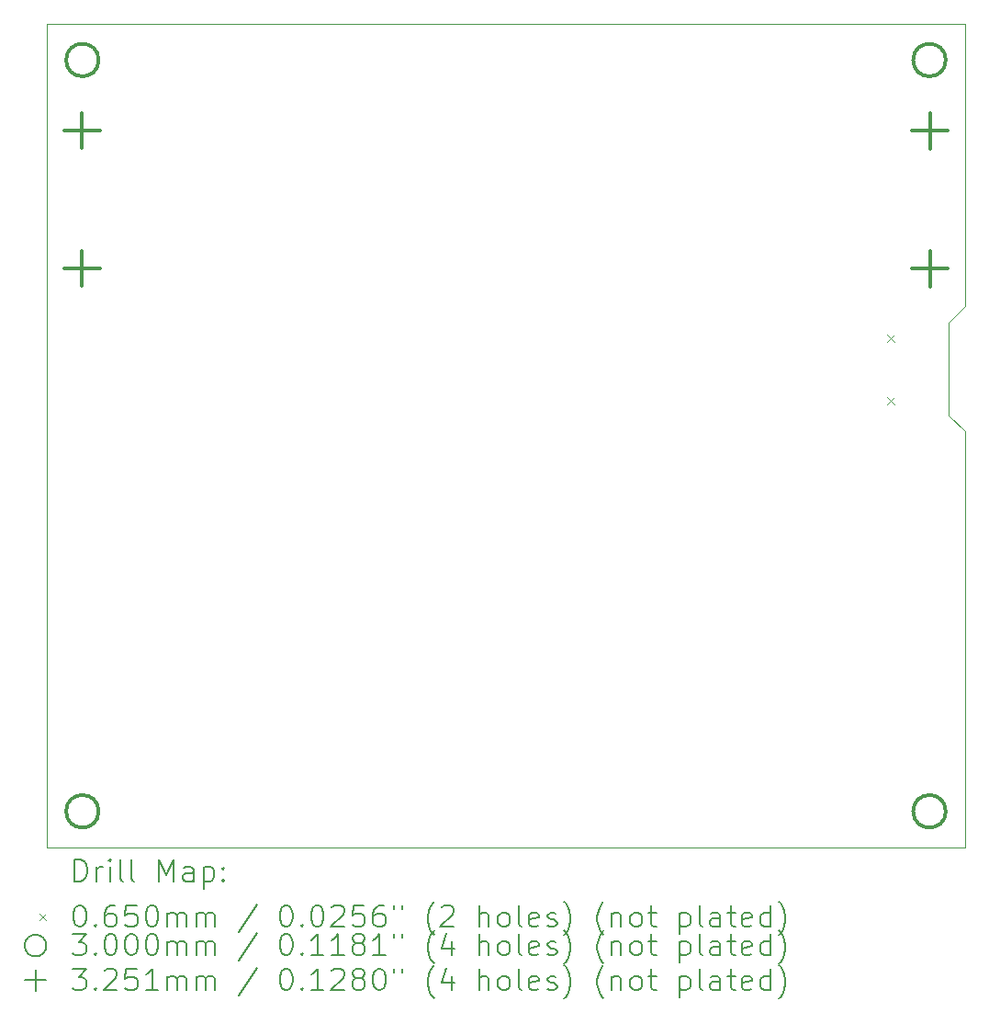
<source format=gbr>
%TF.GenerationSoftware,KiCad,Pcbnew,8.0.8*%
%TF.CreationDate,2025-09-27T22:11:26+09:00*%
%TF.ProjectId,esp_bluepill_board,6573705f-626c-4756-9570-696c6c5f626f,rev?*%
%TF.SameCoordinates,Original*%
%TF.FileFunction,Drillmap*%
%TF.FilePolarity,Positive*%
%FSLAX45Y45*%
G04 Gerber Fmt 4.5, Leading zero omitted, Abs format (unit mm)*
G04 Created by KiCad (PCBNEW 8.0.8) date 2025-09-27 22:11:26*
%MOMM*%
%LPD*%
G01*
G04 APERTURE LIST*
%ADD10C,0.050000*%
%ADD11C,0.200000*%
%ADD12C,0.100000*%
%ADD13C,0.300000*%
%ADD14C,0.325120*%
G04 APERTURE END LIST*
D10*
X2000000Y-9580000D02*
X2000000Y-2000000D01*
X10470000Y-9580000D02*
X2000000Y-9580000D01*
X10470000Y-5750000D02*
X10470000Y-9580000D01*
X10320000Y-5600000D02*
X10470000Y-5750000D01*
X10320000Y-4750000D02*
X10320000Y-5600000D01*
X10470000Y-4600000D02*
X10320000Y-4750000D01*
X10470000Y-2000000D02*
X10470000Y-4600000D01*
X2000000Y-2000000D02*
X10470000Y-2000000D01*
D11*
D12*
X9749500Y-4858500D02*
X9814500Y-4923500D01*
X9814500Y-4858500D02*
X9749500Y-4923500D01*
X9749500Y-5436500D02*
X9814500Y-5501500D01*
X9814500Y-5436500D02*
X9749500Y-5501500D01*
D13*
X2480000Y-2330000D02*
G75*
G02*
X2180000Y-2330000I-150000J0D01*
G01*
X2180000Y-2330000D02*
G75*
G02*
X2480000Y-2330000I150000J0D01*
G01*
X2480000Y-9250000D02*
G75*
G02*
X2180000Y-9250000I-150000J0D01*
G01*
X2180000Y-9250000D02*
G75*
G02*
X2480000Y-9250000I150000J0D01*
G01*
X10290000Y-2330000D02*
G75*
G02*
X9990000Y-2330000I-150000J0D01*
G01*
X9990000Y-2330000D02*
G75*
G02*
X10290000Y-2330000I150000J0D01*
G01*
X10290000Y-9250000D02*
G75*
G02*
X9990000Y-9250000I-150000J0D01*
G01*
X9990000Y-9250000D02*
G75*
G02*
X10290000Y-9250000I150000J0D01*
G01*
D14*
X2327100Y-2815240D02*
X2327100Y-3140360D01*
X2164540Y-2977800D02*
X2489660Y-2977800D01*
X2327100Y-4085240D02*
X2327100Y-4410360D01*
X2164540Y-4247800D02*
X2489660Y-4247800D01*
X10142900Y-2819640D02*
X10142900Y-3144760D01*
X9980340Y-2982200D02*
X10305460Y-2982200D01*
X10142900Y-4089640D02*
X10142900Y-4414760D01*
X9980340Y-4252200D02*
X10305460Y-4252200D01*
D11*
X2258277Y-9893984D02*
X2258277Y-9693984D01*
X2258277Y-9693984D02*
X2305896Y-9693984D01*
X2305896Y-9693984D02*
X2334467Y-9703508D01*
X2334467Y-9703508D02*
X2353515Y-9722555D01*
X2353515Y-9722555D02*
X2363039Y-9741603D01*
X2363039Y-9741603D02*
X2372563Y-9779698D01*
X2372563Y-9779698D02*
X2372563Y-9808270D01*
X2372563Y-9808270D02*
X2363039Y-9846365D01*
X2363039Y-9846365D02*
X2353515Y-9865412D01*
X2353515Y-9865412D02*
X2334467Y-9884460D01*
X2334467Y-9884460D02*
X2305896Y-9893984D01*
X2305896Y-9893984D02*
X2258277Y-9893984D01*
X2458277Y-9893984D02*
X2458277Y-9760650D01*
X2458277Y-9798746D02*
X2467801Y-9779698D01*
X2467801Y-9779698D02*
X2477324Y-9770174D01*
X2477324Y-9770174D02*
X2496372Y-9760650D01*
X2496372Y-9760650D02*
X2515420Y-9760650D01*
X2582086Y-9893984D02*
X2582086Y-9760650D01*
X2582086Y-9693984D02*
X2572563Y-9703508D01*
X2572563Y-9703508D02*
X2582086Y-9713031D01*
X2582086Y-9713031D02*
X2591610Y-9703508D01*
X2591610Y-9703508D02*
X2582086Y-9693984D01*
X2582086Y-9693984D02*
X2582086Y-9713031D01*
X2705896Y-9893984D02*
X2686848Y-9884460D01*
X2686848Y-9884460D02*
X2677324Y-9865412D01*
X2677324Y-9865412D02*
X2677324Y-9693984D01*
X2810658Y-9893984D02*
X2791610Y-9884460D01*
X2791610Y-9884460D02*
X2782086Y-9865412D01*
X2782086Y-9865412D02*
X2782086Y-9693984D01*
X3039229Y-9893984D02*
X3039229Y-9693984D01*
X3039229Y-9693984D02*
X3105896Y-9836841D01*
X3105896Y-9836841D02*
X3172562Y-9693984D01*
X3172562Y-9693984D02*
X3172562Y-9893984D01*
X3353515Y-9893984D02*
X3353515Y-9789222D01*
X3353515Y-9789222D02*
X3343991Y-9770174D01*
X3343991Y-9770174D02*
X3324943Y-9760650D01*
X3324943Y-9760650D02*
X3286848Y-9760650D01*
X3286848Y-9760650D02*
X3267801Y-9770174D01*
X3353515Y-9884460D02*
X3334467Y-9893984D01*
X3334467Y-9893984D02*
X3286848Y-9893984D01*
X3286848Y-9893984D02*
X3267801Y-9884460D01*
X3267801Y-9884460D02*
X3258277Y-9865412D01*
X3258277Y-9865412D02*
X3258277Y-9846365D01*
X3258277Y-9846365D02*
X3267801Y-9827317D01*
X3267801Y-9827317D02*
X3286848Y-9817793D01*
X3286848Y-9817793D02*
X3334467Y-9817793D01*
X3334467Y-9817793D02*
X3353515Y-9808270D01*
X3448753Y-9760650D02*
X3448753Y-9960650D01*
X3448753Y-9770174D02*
X3467801Y-9760650D01*
X3467801Y-9760650D02*
X3505896Y-9760650D01*
X3505896Y-9760650D02*
X3524943Y-9770174D01*
X3524943Y-9770174D02*
X3534467Y-9779698D01*
X3534467Y-9779698D02*
X3543991Y-9798746D01*
X3543991Y-9798746D02*
X3543991Y-9855889D01*
X3543991Y-9855889D02*
X3534467Y-9874936D01*
X3534467Y-9874936D02*
X3524943Y-9884460D01*
X3524943Y-9884460D02*
X3505896Y-9893984D01*
X3505896Y-9893984D02*
X3467801Y-9893984D01*
X3467801Y-9893984D02*
X3448753Y-9884460D01*
X3629705Y-9874936D02*
X3639229Y-9884460D01*
X3639229Y-9884460D02*
X3629705Y-9893984D01*
X3629705Y-9893984D02*
X3620182Y-9884460D01*
X3620182Y-9884460D02*
X3629705Y-9874936D01*
X3629705Y-9874936D02*
X3629705Y-9893984D01*
X3629705Y-9770174D02*
X3639229Y-9779698D01*
X3639229Y-9779698D02*
X3629705Y-9789222D01*
X3629705Y-9789222D02*
X3620182Y-9779698D01*
X3620182Y-9779698D02*
X3629705Y-9770174D01*
X3629705Y-9770174D02*
X3629705Y-9789222D01*
D12*
X1932500Y-10190000D02*
X1997500Y-10255000D01*
X1997500Y-10190000D02*
X1932500Y-10255000D01*
D11*
X2296372Y-10113984D02*
X2315420Y-10113984D01*
X2315420Y-10113984D02*
X2334467Y-10123508D01*
X2334467Y-10123508D02*
X2343991Y-10133031D01*
X2343991Y-10133031D02*
X2353515Y-10152079D01*
X2353515Y-10152079D02*
X2363039Y-10190174D01*
X2363039Y-10190174D02*
X2363039Y-10237793D01*
X2363039Y-10237793D02*
X2353515Y-10275889D01*
X2353515Y-10275889D02*
X2343991Y-10294936D01*
X2343991Y-10294936D02*
X2334467Y-10304460D01*
X2334467Y-10304460D02*
X2315420Y-10313984D01*
X2315420Y-10313984D02*
X2296372Y-10313984D01*
X2296372Y-10313984D02*
X2277324Y-10304460D01*
X2277324Y-10304460D02*
X2267801Y-10294936D01*
X2267801Y-10294936D02*
X2258277Y-10275889D01*
X2258277Y-10275889D02*
X2248753Y-10237793D01*
X2248753Y-10237793D02*
X2248753Y-10190174D01*
X2248753Y-10190174D02*
X2258277Y-10152079D01*
X2258277Y-10152079D02*
X2267801Y-10133031D01*
X2267801Y-10133031D02*
X2277324Y-10123508D01*
X2277324Y-10123508D02*
X2296372Y-10113984D01*
X2448753Y-10294936D02*
X2458277Y-10304460D01*
X2458277Y-10304460D02*
X2448753Y-10313984D01*
X2448753Y-10313984D02*
X2439229Y-10304460D01*
X2439229Y-10304460D02*
X2448753Y-10294936D01*
X2448753Y-10294936D02*
X2448753Y-10313984D01*
X2629705Y-10113984D02*
X2591610Y-10113984D01*
X2591610Y-10113984D02*
X2572563Y-10123508D01*
X2572563Y-10123508D02*
X2563039Y-10133031D01*
X2563039Y-10133031D02*
X2543991Y-10161603D01*
X2543991Y-10161603D02*
X2534467Y-10199698D01*
X2534467Y-10199698D02*
X2534467Y-10275889D01*
X2534467Y-10275889D02*
X2543991Y-10294936D01*
X2543991Y-10294936D02*
X2553515Y-10304460D01*
X2553515Y-10304460D02*
X2572563Y-10313984D01*
X2572563Y-10313984D02*
X2610658Y-10313984D01*
X2610658Y-10313984D02*
X2629705Y-10304460D01*
X2629705Y-10304460D02*
X2639229Y-10294936D01*
X2639229Y-10294936D02*
X2648753Y-10275889D01*
X2648753Y-10275889D02*
X2648753Y-10228270D01*
X2648753Y-10228270D02*
X2639229Y-10209222D01*
X2639229Y-10209222D02*
X2629705Y-10199698D01*
X2629705Y-10199698D02*
X2610658Y-10190174D01*
X2610658Y-10190174D02*
X2572563Y-10190174D01*
X2572563Y-10190174D02*
X2553515Y-10199698D01*
X2553515Y-10199698D02*
X2543991Y-10209222D01*
X2543991Y-10209222D02*
X2534467Y-10228270D01*
X2829705Y-10113984D02*
X2734467Y-10113984D01*
X2734467Y-10113984D02*
X2724944Y-10209222D01*
X2724944Y-10209222D02*
X2734467Y-10199698D01*
X2734467Y-10199698D02*
X2753515Y-10190174D01*
X2753515Y-10190174D02*
X2801134Y-10190174D01*
X2801134Y-10190174D02*
X2820182Y-10199698D01*
X2820182Y-10199698D02*
X2829705Y-10209222D01*
X2829705Y-10209222D02*
X2839229Y-10228270D01*
X2839229Y-10228270D02*
X2839229Y-10275889D01*
X2839229Y-10275889D02*
X2829705Y-10294936D01*
X2829705Y-10294936D02*
X2820182Y-10304460D01*
X2820182Y-10304460D02*
X2801134Y-10313984D01*
X2801134Y-10313984D02*
X2753515Y-10313984D01*
X2753515Y-10313984D02*
X2734467Y-10304460D01*
X2734467Y-10304460D02*
X2724944Y-10294936D01*
X2963039Y-10113984D02*
X2982086Y-10113984D01*
X2982086Y-10113984D02*
X3001134Y-10123508D01*
X3001134Y-10123508D02*
X3010658Y-10133031D01*
X3010658Y-10133031D02*
X3020182Y-10152079D01*
X3020182Y-10152079D02*
X3029705Y-10190174D01*
X3029705Y-10190174D02*
X3029705Y-10237793D01*
X3029705Y-10237793D02*
X3020182Y-10275889D01*
X3020182Y-10275889D02*
X3010658Y-10294936D01*
X3010658Y-10294936D02*
X3001134Y-10304460D01*
X3001134Y-10304460D02*
X2982086Y-10313984D01*
X2982086Y-10313984D02*
X2963039Y-10313984D01*
X2963039Y-10313984D02*
X2943991Y-10304460D01*
X2943991Y-10304460D02*
X2934467Y-10294936D01*
X2934467Y-10294936D02*
X2924943Y-10275889D01*
X2924943Y-10275889D02*
X2915420Y-10237793D01*
X2915420Y-10237793D02*
X2915420Y-10190174D01*
X2915420Y-10190174D02*
X2924943Y-10152079D01*
X2924943Y-10152079D02*
X2934467Y-10133031D01*
X2934467Y-10133031D02*
X2943991Y-10123508D01*
X2943991Y-10123508D02*
X2963039Y-10113984D01*
X3115420Y-10313984D02*
X3115420Y-10180650D01*
X3115420Y-10199698D02*
X3124943Y-10190174D01*
X3124943Y-10190174D02*
X3143991Y-10180650D01*
X3143991Y-10180650D02*
X3172563Y-10180650D01*
X3172563Y-10180650D02*
X3191610Y-10190174D01*
X3191610Y-10190174D02*
X3201134Y-10209222D01*
X3201134Y-10209222D02*
X3201134Y-10313984D01*
X3201134Y-10209222D02*
X3210658Y-10190174D01*
X3210658Y-10190174D02*
X3229705Y-10180650D01*
X3229705Y-10180650D02*
X3258277Y-10180650D01*
X3258277Y-10180650D02*
X3277324Y-10190174D01*
X3277324Y-10190174D02*
X3286848Y-10209222D01*
X3286848Y-10209222D02*
X3286848Y-10313984D01*
X3382086Y-10313984D02*
X3382086Y-10180650D01*
X3382086Y-10199698D02*
X3391610Y-10190174D01*
X3391610Y-10190174D02*
X3410658Y-10180650D01*
X3410658Y-10180650D02*
X3439229Y-10180650D01*
X3439229Y-10180650D02*
X3458277Y-10190174D01*
X3458277Y-10190174D02*
X3467801Y-10209222D01*
X3467801Y-10209222D02*
X3467801Y-10313984D01*
X3467801Y-10209222D02*
X3477324Y-10190174D01*
X3477324Y-10190174D02*
X3496372Y-10180650D01*
X3496372Y-10180650D02*
X3524943Y-10180650D01*
X3524943Y-10180650D02*
X3543991Y-10190174D01*
X3543991Y-10190174D02*
X3553515Y-10209222D01*
X3553515Y-10209222D02*
X3553515Y-10313984D01*
X3943991Y-10104460D02*
X3772563Y-10361603D01*
X4201134Y-10113984D02*
X4220182Y-10113984D01*
X4220182Y-10113984D02*
X4239229Y-10123508D01*
X4239229Y-10123508D02*
X4248753Y-10133031D01*
X4248753Y-10133031D02*
X4258277Y-10152079D01*
X4258277Y-10152079D02*
X4267801Y-10190174D01*
X4267801Y-10190174D02*
X4267801Y-10237793D01*
X4267801Y-10237793D02*
X4258277Y-10275889D01*
X4258277Y-10275889D02*
X4248753Y-10294936D01*
X4248753Y-10294936D02*
X4239229Y-10304460D01*
X4239229Y-10304460D02*
X4220182Y-10313984D01*
X4220182Y-10313984D02*
X4201134Y-10313984D01*
X4201134Y-10313984D02*
X4182086Y-10304460D01*
X4182086Y-10304460D02*
X4172563Y-10294936D01*
X4172563Y-10294936D02*
X4163039Y-10275889D01*
X4163039Y-10275889D02*
X4153515Y-10237793D01*
X4153515Y-10237793D02*
X4153515Y-10190174D01*
X4153515Y-10190174D02*
X4163039Y-10152079D01*
X4163039Y-10152079D02*
X4172563Y-10133031D01*
X4172563Y-10133031D02*
X4182086Y-10123508D01*
X4182086Y-10123508D02*
X4201134Y-10113984D01*
X4353515Y-10294936D02*
X4363039Y-10304460D01*
X4363039Y-10304460D02*
X4353515Y-10313984D01*
X4353515Y-10313984D02*
X4343991Y-10304460D01*
X4343991Y-10304460D02*
X4353515Y-10294936D01*
X4353515Y-10294936D02*
X4353515Y-10313984D01*
X4486848Y-10113984D02*
X4505896Y-10113984D01*
X4505896Y-10113984D02*
X4524944Y-10123508D01*
X4524944Y-10123508D02*
X4534468Y-10133031D01*
X4534468Y-10133031D02*
X4543991Y-10152079D01*
X4543991Y-10152079D02*
X4553515Y-10190174D01*
X4553515Y-10190174D02*
X4553515Y-10237793D01*
X4553515Y-10237793D02*
X4543991Y-10275889D01*
X4543991Y-10275889D02*
X4534468Y-10294936D01*
X4534468Y-10294936D02*
X4524944Y-10304460D01*
X4524944Y-10304460D02*
X4505896Y-10313984D01*
X4505896Y-10313984D02*
X4486848Y-10313984D01*
X4486848Y-10313984D02*
X4467801Y-10304460D01*
X4467801Y-10304460D02*
X4458277Y-10294936D01*
X4458277Y-10294936D02*
X4448753Y-10275889D01*
X4448753Y-10275889D02*
X4439229Y-10237793D01*
X4439229Y-10237793D02*
X4439229Y-10190174D01*
X4439229Y-10190174D02*
X4448753Y-10152079D01*
X4448753Y-10152079D02*
X4458277Y-10133031D01*
X4458277Y-10133031D02*
X4467801Y-10123508D01*
X4467801Y-10123508D02*
X4486848Y-10113984D01*
X4629706Y-10133031D02*
X4639229Y-10123508D01*
X4639229Y-10123508D02*
X4658277Y-10113984D01*
X4658277Y-10113984D02*
X4705896Y-10113984D01*
X4705896Y-10113984D02*
X4724944Y-10123508D01*
X4724944Y-10123508D02*
X4734468Y-10133031D01*
X4734468Y-10133031D02*
X4743991Y-10152079D01*
X4743991Y-10152079D02*
X4743991Y-10171127D01*
X4743991Y-10171127D02*
X4734468Y-10199698D01*
X4734468Y-10199698D02*
X4620182Y-10313984D01*
X4620182Y-10313984D02*
X4743991Y-10313984D01*
X4924944Y-10113984D02*
X4829706Y-10113984D01*
X4829706Y-10113984D02*
X4820182Y-10209222D01*
X4820182Y-10209222D02*
X4829706Y-10199698D01*
X4829706Y-10199698D02*
X4848753Y-10190174D01*
X4848753Y-10190174D02*
X4896372Y-10190174D01*
X4896372Y-10190174D02*
X4915420Y-10199698D01*
X4915420Y-10199698D02*
X4924944Y-10209222D01*
X4924944Y-10209222D02*
X4934468Y-10228270D01*
X4934468Y-10228270D02*
X4934468Y-10275889D01*
X4934468Y-10275889D02*
X4924944Y-10294936D01*
X4924944Y-10294936D02*
X4915420Y-10304460D01*
X4915420Y-10304460D02*
X4896372Y-10313984D01*
X4896372Y-10313984D02*
X4848753Y-10313984D01*
X4848753Y-10313984D02*
X4829706Y-10304460D01*
X4829706Y-10304460D02*
X4820182Y-10294936D01*
X5105896Y-10113984D02*
X5067801Y-10113984D01*
X5067801Y-10113984D02*
X5048753Y-10123508D01*
X5048753Y-10123508D02*
X5039229Y-10133031D01*
X5039229Y-10133031D02*
X5020182Y-10161603D01*
X5020182Y-10161603D02*
X5010658Y-10199698D01*
X5010658Y-10199698D02*
X5010658Y-10275889D01*
X5010658Y-10275889D02*
X5020182Y-10294936D01*
X5020182Y-10294936D02*
X5029706Y-10304460D01*
X5029706Y-10304460D02*
X5048753Y-10313984D01*
X5048753Y-10313984D02*
X5086849Y-10313984D01*
X5086849Y-10313984D02*
X5105896Y-10304460D01*
X5105896Y-10304460D02*
X5115420Y-10294936D01*
X5115420Y-10294936D02*
X5124944Y-10275889D01*
X5124944Y-10275889D02*
X5124944Y-10228270D01*
X5124944Y-10228270D02*
X5115420Y-10209222D01*
X5115420Y-10209222D02*
X5105896Y-10199698D01*
X5105896Y-10199698D02*
X5086849Y-10190174D01*
X5086849Y-10190174D02*
X5048753Y-10190174D01*
X5048753Y-10190174D02*
X5029706Y-10199698D01*
X5029706Y-10199698D02*
X5020182Y-10209222D01*
X5020182Y-10209222D02*
X5010658Y-10228270D01*
X5201134Y-10113984D02*
X5201134Y-10152079D01*
X5277325Y-10113984D02*
X5277325Y-10152079D01*
X5572563Y-10390174D02*
X5563039Y-10380650D01*
X5563039Y-10380650D02*
X5543991Y-10352079D01*
X5543991Y-10352079D02*
X5534468Y-10333031D01*
X5534468Y-10333031D02*
X5524944Y-10304460D01*
X5524944Y-10304460D02*
X5515420Y-10256841D01*
X5515420Y-10256841D02*
X5515420Y-10218746D01*
X5515420Y-10218746D02*
X5524944Y-10171127D01*
X5524944Y-10171127D02*
X5534468Y-10142555D01*
X5534468Y-10142555D02*
X5543991Y-10123508D01*
X5543991Y-10123508D02*
X5563039Y-10094936D01*
X5563039Y-10094936D02*
X5572563Y-10085412D01*
X5639229Y-10133031D02*
X5648753Y-10123508D01*
X5648753Y-10123508D02*
X5667801Y-10113984D01*
X5667801Y-10113984D02*
X5715420Y-10113984D01*
X5715420Y-10113984D02*
X5734468Y-10123508D01*
X5734468Y-10123508D02*
X5743991Y-10133031D01*
X5743991Y-10133031D02*
X5753515Y-10152079D01*
X5753515Y-10152079D02*
X5753515Y-10171127D01*
X5753515Y-10171127D02*
X5743991Y-10199698D01*
X5743991Y-10199698D02*
X5629706Y-10313984D01*
X5629706Y-10313984D02*
X5753515Y-10313984D01*
X5991610Y-10313984D02*
X5991610Y-10113984D01*
X6077325Y-10313984D02*
X6077325Y-10209222D01*
X6077325Y-10209222D02*
X6067801Y-10190174D01*
X6067801Y-10190174D02*
X6048753Y-10180650D01*
X6048753Y-10180650D02*
X6020182Y-10180650D01*
X6020182Y-10180650D02*
X6001134Y-10190174D01*
X6001134Y-10190174D02*
X5991610Y-10199698D01*
X6201134Y-10313984D02*
X6182087Y-10304460D01*
X6182087Y-10304460D02*
X6172563Y-10294936D01*
X6172563Y-10294936D02*
X6163039Y-10275889D01*
X6163039Y-10275889D02*
X6163039Y-10218746D01*
X6163039Y-10218746D02*
X6172563Y-10199698D01*
X6172563Y-10199698D02*
X6182087Y-10190174D01*
X6182087Y-10190174D02*
X6201134Y-10180650D01*
X6201134Y-10180650D02*
X6229706Y-10180650D01*
X6229706Y-10180650D02*
X6248753Y-10190174D01*
X6248753Y-10190174D02*
X6258277Y-10199698D01*
X6258277Y-10199698D02*
X6267801Y-10218746D01*
X6267801Y-10218746D02*
X6267801Y-10275889D01*
X6267801Y-10275889D02*
X6258277Y-10294936D01*
X6258277Y-10294936D02*
X6248753Y-10304460D01*
X6248753Y-10304460D02*
X6229706Y-10313984D01*
X6229706Y-10313984D02*
X6201134Y-10313984D01*
X6382087Y-10313984D02*
X6363039Y-10304460D01*
X6363039Y-10304460D02*
X6353515Y-10285412D01*
X6353515Y-10285412D02*
X6353515Y-10113984D01*
X6534468Y-10304460D02*
X6515420Y-10313984D01*
X6515420Y-10313984D02*
X6477325Y-10313984D01*
X6477325Y-10313984D02*
X6458277Y-10304460D01*
X6458277Y-10304460D02*
X6448753Y-10285412D01*
X6448753Y-10285412D02*
X6448753Y-10209222D01*
X6448753Y-10209222D02*
X6458277Y-10190174D01*
X6458277Y-10190174D02*
X6477325Y-10180650D01*
X6477325Y-10180650D02*
X6515420Y-10180650D01*
X6515420Y-10180650D02*
X6534468Y-10190174D01*
X6534468Y-10190174D02*
X6543991Y-10209222D01*
X6543991Y-10209222D02*
X6543991Y-10228270D01*
X6543991Y-10228270D02*
X6448753Y-10247317D01*
X6620182Y-10304460D02*
X6639230Y-10313984D01*
X6639230Y-10313984D02*
X6677325Y-10313984D01*
X6677325Y-10313984D02*
X6696372Y-10304460D01*
X6696372Y-10304460D02*
X6705896Y-10285412D01*
X6705896Y-10285412D02*
X6705896Y-10275889D01*
X6705896Y-10275889D02*
X6696372Y-10256841D01*
X6696372Y-10256841D02*
X6677325Y-10247317D01*
X6677325Y-10247317D02*
X6648753Y-10247317D01*
X6648753Y-10247317D02*
X6629706Y-10237793D01*
X6629706Y-10237793D02*
X6620182Y-10218746D01*
X6620182Y-10218746D02*
X6620182Y-10209222D01*
X6620182Y-10209222D02*
X6629706Y-10190174D01*
X6629706Y-10190174D02*
X6648753Y-10180650D01*
X6648753Y-10180650D02*
X6677325Y-10180650D01*
X6677325Y-10180650D02*
X6696372Y-10190174D01*
X6772563Y-10390174D02*
X6782087Y-10380650D01*
X6782087Y-10380650D02*
X6801134Y-10352079D01*
X6801134Y-10352079D02*
X6810658Y-10333031D01*
X6810658Y-10333031D02*
X6820182Y-10304460D01*
X6820182Y-10304460D02*
X6829706Y-10256841D01*
X6829706Y-10256841D02*
X6829706Y-10218746D01*
X6829706Y-10218746D02*
X6820182Y-10171127D01*
X6820182Y-10171127D02*
X6810658Y-10142555D01*
X6810658Y-10142555D02*
X6801134Y-10123508D01*
X6801134Y-10123508D02*
X6782087Y-10094936D01*
X6782087Y-10094936D02*
X6772563Y-10085412D01*
X7134468Y-10390174D02*
X7124944Y-10380650D01*
X7124944Y-10380650D02*
X7105896Y-10352079D01*
X7105896Y-10352079D02*
X7096372Y-10333031D01*
X7096372Y-10333031D02*
X7086849Y-10304460D01*
X7086849Y-10304460D02*
X7077325Y-10256841D01*
X7077325Y-10256841D02*
X7077325Y-10218746D01*
X7077325Y-10218746D02*
X7086849Y-10171127D01*
X7086849Y-10171127D02*
X7096372Y-10142555D01*
X7096372Y-10142555D02*
X7105896Y-10123508D01*
X7105896Y-10123508D02*
X7124944Y-10094936D01*
X7124944Y-10094936D02*
X7134468Y-10085412D01*
X7210658Y-10180650D02*
X7210658Y-10313984D01*
X7210658Y-10199698D02*
X7220182Y-10190174D01*
X7220182Y-10190174D02*
X7239230Y-10180650D01*
X7239230Y-10180650D02*
X7267801Y-10180650D01*
X7267801Y-10180650D02*
X7286849Y-10190174D01*
X7286849Y-10190174D02*
X7296372Y-10209222D01*
X7296372Y-10209222D02*
X7296372Y-10313984D01*
X7420182Y-10313984D02*
X7401134Y-10304460D01*
X7401134Y-10304460D02*
X7391611Y-10294936D01*
X7391611Y-10294936D02*
X7382087Y-10275889D01*
X7382087Y-10275889D02*
X7382087Y-10218746D01*
X7382087Y-10218746D02*
X7391611Y-10199698D01*
X7391611Y-10199698D02*
X7401134Y-10190174D01*
X7401134Y-10190174D02*
X7420182Y-10180650D01*
X7420182Y-10180650D02*
X7448753Y-10180650D01*
X7448753Y-10180650D02*
X7467801Y-10190174D01*
X7467801Y-10190174D02*
X7477325Y-10199698D01*
X7477325Y-10199698D02*
X7486849Y-10218746D01*
X7486849Y-10218746D02*
X7486849Y-10275889D01*
X7486849Y-10275889D02*
X7477325Y-10294936D01*
X7477325Y-10294936D02*
X7467801Y-10304460D01*
X7467801Y-10304460D02*
X7448753Y-10313984D01*
X7448753Y-10313984D02*
X7420182Y-10313984D01*
X7543992Y-10180650D02*
X7620182Y-10180650D01*
X7572563Y-10113984D02*
X7572563Y-10285412D01*
X7572563Y-10285412D02*
X7582087Y-10304460D01*
X7582087Y-10304460D02*
X7601134Y-10313984D01*
X7601134Y-10313984D02*
X7620182Y-10313984D01*
X7839230Y-10180650D02*
X7839230Y-10380650D01*
X7839230Y-10190174D02*
X7858277Y-10180650D01*
X7858277Y-10180650D02*
X7896373Y-10180650D01*
X7896373Y-10180650D02*
X7915420Y-10190174D01*
X7915420Y-10190174D02*
X7924944Y-10199698D01*
X7924944Y-10199698D02*
X7934468Y-10218746D01*
X7934468Y-10218746D02*
X7934468Y-10275889D01*
X7934468Y-10275889D02*
X7924944Y-10294936D01*
X7924944Y-10294936D02*
X7915420Y-10304460D01*
X7915420Y-10304460D02*
X7896373Y-10313984D01*
X7896373Y-10313984D02*
X7858277Y-10313984D01*
X7858277Y-10313984D02*
X7839230Y-10304460D01*
X8048753Y-10313984D02*
X8029706Y-10304460D01*
X8029706Y-10304460D02*
X8020182Y-10285412D01*
X8020182Y-10285412D02*
X8020182Y-10113984D01*
X8210658Y-10313984D02*
X8210658Y-10209222D01*
X8210658Y-10209222D02*
X8201134Y-10190174D01*
X8201134Y-10190174D02*
X8182087Y-10180650D01*
X8182087Y-10180650D02*
X8143992Y-10180650D01*
X8143992Y-10180650D02*
X8124944Y-10190174D01*
X8210658Y-10304460D02*
X8191611Y-10313984D01*
X8191611Y-10313984D02*
X8143992Y-10313984D01*
X8143992Y-10313984D02*
X8124944Y-10304460D01*
X8124944Y-10304460D02*
X8115420Y-10285412D01*
X8115420Y-10285412D02*
X8115420Y-10266365D01*
X8115420Y-10266365D02*
X8124944Y-10247317D01*
X8124944Y-10247317D02*
X8143992Y-10237793D01*
X8143992Y-10237793D02*
X8191611Y-10237793D01*
X8191611Y-10237793D02*
X8210658Y-10228270D01*
X8277325Y-10180650D02*
X8353515Y-10180650D01*
X8305896Y-10113984D02*
X8305896Y-10285412D01*
X8305896Y-10285412D02*
X8315420Y-10304460D01*
X8315420Y-10304460D02*
X8334468Y-10313984D01*
X8334468Y-10313984D02*
X8353515Y-10313984D01*
X8496373Y-10304460D02*
X8477325Y-10313984D01*
X8477325Y-10313984D02*
X8439230Y-10313984D01*
X8439230Y-10313984D02*
X8420182Y-10304460D01*
X8420182Y-10304460D02*
X8410658Y-10285412D01*
X8410658Y-10285412D02*
X8410658Y-10209222D01*
X8410658Y-10209222D02*
X8420182Y-10190174D01*
X8420182Y-10190174D02*
X8439230Y-10180650D01*
X8439230Y-10180650D02*
X8477325Y-10180650D01*
X8477325Y-10180650D02*
X8496373Y-10190174D01*
X8496373Y-10190174D02*
X8505896Y-10209222D01*
X8505896Y-10209222D02*
X8505896Y-10228270D01*
X8505896Y-10228270D02*
X8410658Y-10247317D01*
X8677325Y-10313984D02*
X8677325Y-10113984D01*
X8677325Y-10304460D02*
X8658277Y-10313984D01*
X8658277Y-10313984D02*
X8620182Y-10313984D01*
X8620182Y-10313984D02*
X8601135Y-10304460D01*
X8601135Y-10304460D02*
X8591611Y-10294936D01*
X8591611Y-10294936D02*
X8582087Y-10275889D01*
X8582087Y-10275889D02*
X8582087Y-10218746D01*
X8582087Y-10218746D02*
X8591611Y-10199698D01*
X8591611Y-10199698D02*
X8601135Y-10190174D01*
X8601135Y-10190174D02*
X8620182Y-10180650D01*
X8620182Y-10180650D02*
X8658277Y-10180650D01*
X8658277Y-10180650D02*
X8677325Y-10190174D01*
X8753516Y-10390174D02*
X8763039Y-10380650D01*
X8763039Y-10380650D02*
X8782087Y-10352079D01*
X8782087Y-10352079D02*
X8791611Y-10333031D01*
X8791611Y-10333031D02*
X8801135Y-10304460D01*
X8801135Y-10304460D02*
X8810658Y-10256841D01*
X8810658Y-10256841D02*
X8810658Y-10218746D01*
X8810658Y-10218746D02*
X8801135Y-10171127D01*
X8801135Y-10171127D02*
X8791611Y-10142555D01*
X8791611Y-10142555D02*
X8782087Y-10123508D01*
X8782087Y-10123508D02*
X8763039Y-10094936D01*
X8763039Y-10094936D02*
X8753516Y-10085412D01*
X1997500Y-10486500D02*
G75*
G02*
X1797500Y-10486500I-100000J0D01*
G01*
X1797500Y-10486500D02*
G75*
G02*
X1997500Y-10486500I100000J0D01*
G01*
X2239229Y-10377984D02*
X2363039Y-10377984D01*
X2363039Y-10377984D02*
X2296372Y-10454174D01*
X2296372Y-10454174D02*
X2324944Y-10454174D01*
X2324944Y-10454174D02*
X2343991Y-10463698D01*
X2343991Y-10463698D02*
X2353515Y-10473222D01*
X2353515Y-10473222D02*
X2363039Y-10492270D01*
X2363039Y-10492270D02*
X2363039Y-10539889D01*
X2363039Y-10539889D02*
X2353515Y-10558936D01*
X2353515Y-10558936D02*
X2343991Y-10568460D01*
X2343991Y-10568460D02*
X2324944Y-10577984D01*
X2324944Y-10577984D02*
X2267801Y-10577984D01*
X2267801Y-10577984D02*
X2248753Y-10568460D01*
X2248753Y-10568460D02*
X2239229Y-10558936D01*
X2448753Y-10558936D02*
X2458277Y-10568460D01*
X2458277Y-10568460D02*
X2448753Y-10577984D01*
X2448753Y-10577984D02*
X2439229Y-10568460D01*
X2439229Y-10568460D02*
X2448753Y-10558936D01*
X2448753Y-10558936D02*
X2448753Y-10577984D01*
X2582086Y-10377984D02*
X2601134Y-10377984D01*
X2601134Y-10377984D02*
X2620182Y-10387508D01*
X2620182Y-10387508D02*
X2629705Y-10397031D01*
X2629705Y-10397031D02*
X2639229Y-10416079D01*
X2639229Y-10416079D02*
X2648753Y-10454174D01*
X2648753Y-10454174D02*
X2648753Y-10501793D01*
X2648753Y-10501793D02*
X2639229Y-10539889D01*
X2639229Y-10539889D02*
X2629705Y-10558936D01*
X2629705Y-10558936D02*
X2620182Y-10568460D01*
X2620182Y-10568460D02*
X2601134Y-10577984D01*
X2601134Y-10577984D02*
X2582086Y-10577984D01*
X2582086Y-10577984D02*
X2563039Y-10568460D01*
X2563039Y-10568460D02*
X2553515Y-10558936D01*
X2553515Y-10558936D02*
X2543991Y-10539889D01*
X2543991Y-10539889D02*
X2534467Y-10501793D01*
X2534467Y-10501793D02*
X2534467Y-10454174D01*
X2534467Y-10454174D02*
X2543991Y-10416079D01*
X2543991Y-10416079D02*
X2553515Y-10397031D01*
X2553515Y-10397031D02*
X2563039Y-10387508D01*
X2563039Y-10387508D02*
X2582086Y-10377984D01*
X2772563Y-10377984D02*
X2791610Y-10377984D01*
X2791610Y-10377984D02*
X2810658Y-10387508D01*
X2810658Y-10387508D02*
X2820182Y-10397031D01*
X2820182Y-10397031D02*
X2829705Y-10416079D01*
X2829705Y-10416079D02*
X2839229Y-10454174D01*
X2839229Y-10454174D02*
X2839229Y-10501793D01*
X2839229Y-10501793D02*
X2829705Y-10539889D01*
X2829705Y-10539889D02*
X2820182Y-10558936D01*
X2820182Y-10558936D02*
X2810658Y-10568460D01*
X2810658Y-10568460D02*
X2791610Y-10577984D01*
X2791610Y-10577984D02*
X2772563Y-10577984D01*
X2772563Y-10577984D02*
X2753515Y-10568460D01*
X2753515Y-10568460D02*
X2743991Y-10558936D01*
X2743991Y-10558936D02*
X2734467Y-10539889D01*
X2734467Y-10539889D02*
X2724944Y-10501793D01*
X2724944Y-10501793D02*
X2724944Y-10454174D01*
X2724944Y-10454174D02*
X2734467Y-10416079D01*
X2734467Y-10416079D02*
X2743991Y-10397031D01*
X2743991Y-10397031D02*
X2753515Y-10387508D01*
X2753515Y-10387508D02*
X2772563Y-10377984D01*
X2963039Y-10377984D02*
X2982086Y-10377984D01*
X2982086Y-10377984D02*
X3001134Y-10387508D01*
X3001134Y-10387508D02*
X3010658Y-10397031D01*
X3010658Y-10397031D02*
X3020182Y-10416079D01*
X3020182Y-10416079D02*
X3029705Y-10454174D01*
X3029705Y-10454174D02*
X3029705Y-10501793D01*
X3029705Y-10501793D02*
X3020182Y-10539889D01*
X3020182Y-10539889D02*
X3010658Y-10558936D01*
X3010658Y-10558936D02*
X3001134Y-10568460D01*
X3001134Y-10568460D02*
X2982086Y-10577984D01*
X2982086Y-10577984D02*
X2963039Y-10577984D01*
X2963039Y-10577984D02*
X2943991Y-10568460D01*
X2943991Y-10568460D02*
X2934467Y-10558936D01*
X2934467Y-10558936D02*
X2924943Y-10539889D01*
X2924943Y-10539889D02*
X2915420Y-10501793D01*
X2915420Y-10501793D02*
X2915420Y-10454174D01*
X2915420Y-10454174D02*
X2924943Y-10416079D01*
X2924943Y-10416079D02*
X2934467Y-10397031D01*
X2934467Y-10397031D02*
X2943991Y-10387508D01*
X2943991Y-10387508D02*
X2963039Y-10377984D01*
X3115420Y-10577984D02*
X3115420Y-10444650D01*
X3115420Y-10463698D02*
X3124943Y-10454174D01*
X3124943Y-10454174D02*
X3143991Y-10444650D01*
X3143991Y-10444650D02*
X3172563Y-10444650D01*
X3172563Y-10444650D02*
X3191610Y-10454174D01*
X3191610Y-10454174D02*
X3201134Y-10473222D01*
X3201134Y-10473222D02*
X3201134Y-10577984D01*
X3201134Y-10473222D02*
X3210658Y-10454174D01*
X3210658Y-10454174D02*
X3229705Y-10444650D01*
X3229705Y-10444650D02*
X3258277Y-10444650D01*
X3258277Y-10444650D02*
X3277324Y-10454174D01*
X3277324Y-10454174D02*
X3286848Y-10473222D01*
X3286848Y-10473222D02*
X3286848Y-10577984D01*
X3382086Y-10577984D02*
X3382086Y-10444650D01*
X3382086Y-10463698D02*
X3391610Y-10454174D01*
X3391610Y-10454174D02*
X3410658Y-10444650D01*
X3410658Y-10444650D02*
X3439229Y-10444650D01*
X3439229Y-10444650D02*
X3458277Y-10454174D01*
X3458277Y-10454174D02*
X3467801Y-10473222D01*
X3467801Y-10473222D02*
X3467801Y-10577984D01*
X3467801Y-10473222D02*
X3477324Y-10454174D01*
X3477324Y-10454174D02*
X3496372Y-10444650D01*
X3496372Y-10444650D02*
X3524943Y-10444650D01*
X3524943Y-10444650D02*
X3543991Y-10454174D01*
X3543991Y-10454174D02*
X3553515Y-10473222D01*
X3553515Y-10473222D02*
X3553515Y-10577984D01*
X3943991Y-10368460D02*
X3772563Y-10625603D01*
X4201134Y-10377984D02*
X4220182Y-10377984D01*
X4220182Y-10377984D02*
X4239229Y-10387508D01*
X4239229Y-10387508D02*
X4248753Y-10397031D01*
X4248753Y-10397031D02*
X4258277Y-10416079D01*
X4258277Y-10416079D02*
X4267801Y-10454174D01*
X4267801Y-10454174D02*
X4267801Y-10501793D01*
X4267801Y-10501793D02*
X4258277Y-10539889D01*
X4258277Y-10539889D02*
X4248753Y-10558936D01*
X4248753Y-10558936D02*
X4239229Y-10568460D01*
X4239229Y-10568460D02*
X4220182Y-10577984D01*
X4220182Y-10577984D02*
X4201134Y-10577984D01*
X4201134Y-10577984D02*
X4182086Y-10568460D01*
X4182086Y-10568460D02*
X4172563Y-10558936D01*
X4172563Y-10558936D02*
X4163039Y-10539889D01*
X4163039Y-10539889D02*
X4153515Y-10501793D01*
X4153515Y-10501793D02*
X4153515Y-10454174D01*
X4153515Y-10454174D02*
X4163039Y-10416079D01*
X4163039Y-10416079D02*
X4172563Y-10397031D01*
X4172563Y-10397031D02*
X4182086Y-10387508D01*
X4182086Y-10387508D02*
X4201134Y-10377984D01*
X4353515Y-10558936D02*
X4363039Y-10568460D01*
X4363039Y-10568460D02*
X4353515Y-10577984D01*
X4353515Y-10577984D02*
X4343991Y-10568460D01*
X4343991Y-10568460D02*
X4353515Y-10558936D01*
X4353515Y-10558936D02*
X4353515Y-10577984D01*
X4553515Y-10577984D02*
X4439229Y-10577984D01*
X4496372Y-10577984D02*
X4496372Y-10377984D01*
X4496372Y-10377984D02*
X4477325Y-10406555D01*
X4477325Y-10406555D02*
X4458277Y-10425603D01*
X4458277Y-10425603D02*
X4439229Y-10435127D01*
X4743991Y-10577984D02*
X4629706Y-10577984D01*
X4686848Y-10577984D02*
X4686848Y-10377984D01*
X4686848Y-10377984D02*
X4667801Y-10406555D01*
X4667801Y-10406555D02*
X4648753Y-10425603D01*
X4648753Y-10425603D02*
X4629706Y-10435127D01*
X4858277Y-10463698D02*
X4839229Y-10454174D01*
X4839229Y-10454174D02*
X4829706Y-10444650D01*
X4829706Y-10444650D02*
X4820182Y-10425603D01*
X4820182Y-10425603D02*
X4820182Y-10416079D01*
X4820182Y-10416079D02*
X4829706Y-10397031D01*
X4829706Y-10397031D02*
X4839229Y-10387508D01*
X4839229Y-10387508D02*
X4858277Y-10377984D01*
X4858277Y-10377984D02*
X4896372Y-10377984D01*
X4896372Y-10377984D02*
X4915420Y-10387508D01*
X4915420Y-10387508D02*
X4924944Y-10397031D01*
X4924944Y-10397031D02*
X4934468Y-10416079D01*
X4934468Y-10416079D02*
X4934468Y-10425603D01*
X4934468Y-10425603D02*
X4924944Y-10444650D01*
X4924944Y-10444650D02*
X4915420Y-10454174D01*
X4915420Y-10454174D02*
X4896372Y-10463698D01*
X4896372Y-10463698D02*
X4858277Y-10463698D01*
X4858277Y-10463698D02*
X4839229Y-10473222D01*
X4839229Y-10473222D02*
X4829706Y-10482746D01*
X4829706Y-10482746D02*
X4820182Y-10501793D01*
X4820182Y-10501793D02*
X4820182Y-10539889D01*
X4820182Y-10539889D02*
X4829706Y-10558936D01*
X4829706Y-10558936D02*
X4839229Y-10568460D01*
X4839229Y-10568460D02*
X4858277Y-10577984D01*
X4858277Y-10577984D02*
X4896372Y-10577984D01*
X4896372Y-10577984D02*
X4915420Y-10568460D01*
X4915420Y-10568460D02*
X4924944Y-10558936D01*
X4924944Y-10558936D02*
X4934468Y-10539889D01*
X4934468Y-10539889D02*
X4934468Y-10501793D01*
X4934468Y-10501793D02*
X4924944Y-10482746D01*
X4924944Y-10482746D02*
X4915420Y-10473222D01*
X4915420Y-10473222D02*
X4896372Y-10463698D01*
X5124944Y-10577984D02*
X5010658Y-10577984D01*
X5067801Y-10577984D02*
X5067801Y-10377984D01*
X5067801Y-10377984D02*
X5048753Y-10406555D01*
X5048753Y-10406555D02*
X5029706Y-10425603D01*
X5029706Y-10425603D02*
X5010658Y-10435127D01*
X5201134Y-10377984D02*
X5201134Y-10416079D01*
X5277325Y-10377984D02*
X5277325Y-10416079D01*
X5572563Y-10654174D02*
X5563039Y-10644650D01*
X5563039Y-10644650D02*
X5543991Y-10616079D01*
X5543991Y-10616079D02*
X5534468Y-10597031D01*
X5534468Y-10597031D02*
X5524944Y-10568460D01*
X5524944Y-10568460D02*
X5515420Y-10520841D01*
X5515420Y-10520841D02*
X5515420Y-10482746D01*
X5515420Y-10482746D02*
X5524944Y-10435127D01*
X5524944Y-10435127D02*
X5534468Y-10406555D01*
X5534468Y-10406555D02*
X5543991Y-10387508D01*
X5543991Y-10387508D02*
X5563039Y-10358936D01*
X5563039Y-10358936D02*
X5572563Y-10349412D01*
X5734468Y-10444650D02*
X5734468Y-10577984D01*
X5686848Y-10368460D02*
X5639229Y-10511317D01*
X5639229Y-10511317D02*
X5763039Y-10511317D01*
X5991610Y-10577984D02*
X5991610Y-10377984D01*
X6077325Y-10577984D02*
X6077325Y-10473222D01*
X6077325Y-10473222D02*
X6067801Y-10454174D01*
X6067801Y-10454174D02*
X6048753Y-10444650D01*
X6048753Y-10444650D02*
X6020182Y-10444650D01*
X6020182Y-10444650D02*
X6001134Y-10454174D01*
X6001134Y-10454174D02*
X5991610Y-10463698D01*
X6201134Y-10577984D02*
X6182087Y-10568460D01*
X6182087Y-10568460D02*
X6172563Y-10558936D01*
X6172563Y-10558936D02*
X6163039Y-10539889D01*
X6163039Y-10539889D02*
X6163039Y-10482746D01*
X6163039Y-10482746D02*
X6172563Y-10463698D01*
X6172563Y-10463698D02*
X6182087Y-10454174D01*
X6182087Y-10454174D02*
X6201134Y-10444650D01*
X6201134Y-10444650D02*
X6229706Y-10444650D01*
X6229706Y-10444650D02*
X6248753Y-10454174D01*
X6248753Y-10454174D02*
X6258277Y-10463698D01*
X6258277Y-10463698D02*
X6267801Y-10482746D01*
X6267801Y-10482746D02*
X6267801Y-10539889D01*
X6267801Y-10539889D02*
X6258277Y-10558936D01*
X6258277Y-10558936D02*
X6248753Y-10568460D01*
X6248753Y-10568460D02*
X6229706Y-10577984D01*
X6229706Y-10577984D02*
X6201134Y-10577984D01*
X6382087Y-10577984D02*
X6363039Y-10568460D01*
X6363039Y-10568460D02*
X6353515Y-10549412D01*
X6353515Y-10549412D02*
X6353515Y-10377984D01*
X6534468Y-10568460D02*
X6515420Y-10577984D01*
X6515420Y-10577984D02*
X6477325Y-10577984D01*
X6477325Y-10577984D02*
X6458277Y-10568460D01*
X6458277Y-10568460D02*
X6448753Y-10549412D01*
X6448753Y-10549412D02*
X6448753Y-10473222D01*
X6448753Y-10473222D02*
X6458277Y-10454174D01*
X6458277Y-10454174D02*
X6477325Y-10444650D01*
X6477325Y-10444650D02*
X6515420Y-10444650D01*
X6515420Y-10444650D02*
X6534468Y-10454174D01*
X6534468Y-10454174D02*
X6543991Y-10473222D01*
X6543991Y-10473222D02*
X6543991Y-10492270D01*
X6543991Y-10492270D02*
X6448753Y-10511317D01*
X6620182Y-10568460D02*
X6639230Y-10577984D01*
X6639230Y-10577984D02*
X6677325Y-10577984D01*
X6677325Y-10577984D02*
X6696372Y-10568460D01*
X6696372Y-10568460D02*
X6705896Y-10549412D01*
X6705896Y-10549412D02*
X6705896Y-10539889D01*
X6705896Y-10539889D02*
X6696372Y-10520841D01*
X6696372Y-10520841D02*
X6677325Y-10511317D01*
X6677325Y-10511317D02*
X6648753Y-10511317D01*
X6648753Y-10511317D02*
X6629706Y-10501793D01*
X6629706Y-10501793D02*
X6620182Y-10482746D01*
X6620182Y-10482746D02*
X6620182Y-10473222D01*
X6620182Y-10473222D02*
X6629706Y-10454174D01*
X6629706Y-10454174D02*
X6648753Y-10444650D01*
X6648753Y-10444650D02*
X6677325Y-10444650D01*
X6677325Y-10444650D02*
X6696372Y-10454174D01*
X6772563Y-10654174D02*
X6782087Y-10644650D01*
X6782087Y-10644650D02*
X6801134Y-10616079D01*
X6801134Y-10616079D02*
X6810658Y-10597031D01*
X6810658Y-10597031D02*
X6820182Y-10568460D01*
X6820182Y-10568460D02*
X6829706Y-10520841D01*
X6829706Y-10520841D02*
X6829706Y-10482746D01*
X6829706Y-10482746D02*
X6820182Y-10435127D01*
X6820182Y-10435127D02*
X6810658Y-10406555D01*
X6810658Y-10406555D02*
X6801134Y-10387508D01*
X6801134Y-10387508D02*
X6782087Y-10358936D01*
X6782087Y-10358936D02*
X6772563Y-10349412D01*
X7134468Y-10654174D02*
X7124944Y-10644650D01*
X7124944Y-10644650D02*
X7105896Y-10616079D01*
X7105896Y-10616079D02*
X7096372Y-10597031D01*
X7096372Y-10597031D02*
X7086849Y-10568460D01*
X7086849Y-10568460D02*
X7077325Y-10520841D01*
X7077325Y-10520841D02*
X7077325Y-10482746D01*
X7077325Y-10482746D02*
X7086849Y-10435127D01*
X7086849Y-10435127D02*
X7096372Y-10406555D01*
X7096372Y-10406555D02*
X7105896Y-10387508D01*
X7105896Y-10387508D02*
X7124944Y-10358936D01*
X7124944Y-10358936D02*
X7134468Y-10349412D01*
X7210658Y-10444650D02*
X7210658Y-10577984D01*
X7210658Y-10463698D02*
X7220182Y-10454174D01*
X7220182Y-10454174D02*
X7239230Y-10444650D01*
X7239230Y-10444650D02*
X7267801Y-10444650D01*
X7267801Y-10444650D02*
X7286849Y-10454174D01*
X7286849Y-10454174D02*
X7296372Y-10473222D01*
X7296372Y-10473222D02*
X7296372Y-10577984D01*
X7420182Y-10577984D02*
X7401134Y-10568460D01*
X7401134Y-10568460D02*
X7391611Y-10558936D01*
X7391611Y-10558936D02*
X7382087Y-10539889D01*
X7382087Y-10539889D02*
X7382087Y-10482746D01*
X7382087Y-10482746D02*
X7391611Y-10463698D01*
X7391611Y-10463698D02*
X7401134Y-10454174D01*
X7401134Y-10454174D02*
X7420182Y-10444650D01*
X7420182Y-10444650D02*
X7448753Y-10444650D01*
X7448753Y-10444650D02*
X7467801Y-10454174D01*
X7467801Y-10454174D02*
X7477325Y-10463698D01*
X7477325Y-10463698D02*
X7486849Y-10482746D01*
X7486849Y-10482746D02*
X7486849Y-10539889D01*
X7486849Y-10539889D02*
X7477325Y-10558936D01*
X7477325Y-10558936D02*
X7467801Y-10568460D01*
X7467801Y-10568460D02*
X7448753Y-10577984D01*
X7448753Y-10577984D02*
X7420182Y-10577984D01*
X7543992Y-10444650D02*
X7620182Y-10444650D01*
X7572563Y-10377984D02*
X7572563Y-10549412D01*
X7572563Y-10549412D02*
X7582087Y-10568460D01*
X7582087Y-10568460D02*
X7601134Y-10577984D01*
X7601134Y-10577984D02*
X7620182Y-10577984D01*
X7839230Y-10444650D02*
X7839230Y-10644650D01*
X7839230Y-10454174D02*
X7858277Y-10444650D01*
X7858277Y-10444650D02*
X7896373Y-10444650D01*
X7896373Y-10444650D02*
X7915420Y-10454174D01*
X7915420Y-10454174D02*
X7924944Y-10463698D01*
X7924944Y-10463698D02*
X7934468Y-10482746D01*
X7934468Y-10482746D02*
X7934468Y-10539889D01*
X7934468Y-10539889D02*
X7924944Y-10558936D01*
X7924944Y-10558936D02*
X7915420Y-10568460D01*
X7915420Y-10568460D02*
X7896373Y-10577984D01*
X7896373Y-10577984D02*
X7858277Y-10577984D01*
X7858277Y-10577984D02*
X7839230Y-10568460D01*
X8048753Y-10577984D02*
X8029706Y-10568460D01*
X8029706Y-10568460D02*
X8020182Y-10549412D01*
X8020182Y-10549412D02*
X8020182Y-10377984D01*
X8210658Y-10577984D02*
X8210658Y-10473222D01*
X8210658Y-10473222D02*
X8201134Y-10454174D01*
X8201134Y-10454174D02*
X8182087Y-10444650D01*
X8182087Y-10444650D02*
X8143992Y-10444650D01*
X8143992Y-10444650D02*
X8124944Y-10454174D01*
X8210658Y-10568460D02*
X8191611Y-10577984D01*
X8191611Y-10577984D02*
X8143992Y-10577984D01*
X8143992Y-10577984D02*
X8124944Y-10568460D01*
X8124944Y-10568460D02*
X8115420Y-10549412D01*
X8115420Y-10549412D02*
X8115420Y-10530365D01*
X8115420Y-10530365D02*
X8124944Y-10511317D01*
X8124944Y-10511317D02*
X8143992Y-10501793D01*
X8143992Y-10501793D02*
X8191611Y-10501793D01*
X8191611Y-10501793D02*
X8210658Y-10492270D01*
X8277325Y-10444650D02*
X8353515Y-10444650D01*
X8305896Y-10377984D02*
X8305896Y-10549412D01*
X8305896Y-10549412D02*
X8315420Y-10568460D01*
X8315420Y-10568460D02*
X8334468Y-10577984D01*
X8334468Y-10577984D02*
X8353515Y-10577984D01*
X8496373Y-10568460D02*
X8477325Y-10577984D01*
X8477325Y-10577984D02*
X8439230Y-10577984D01*
X8439230Y-10577984D02*
X8420182Y-10568460D01*
X8420182Y-10568460D02*
X8410658Y-10549412D01*
X8410658Y-10549412D02*
X8410658Y-10473222D01*
X8410658Y-10473222D02*
X8420182Y-10454174D01*
X8420182Y-10454174D02*
X8439230Y-10444650D01*
X8439230Y-10444650D02*
X8477325Y-10444650D01*
X8477325Y-10444650D02*
X8496373Y-10454174D01*
X8496373Y-10454174D02*
X8505896Y-10473222D01*
X8505896Y-10473222D02*
X8505896Y-10492270D01*
X8505896Y-10492270D02*
X8410658Y-10511317D01*
X8677325Y-10577984D02*
X8677325Y-10377984D01*
X8677325Y-10568460D02*
X8658277Y-10577984D01*
X8658277Y-10577984D02*
X8620182Y-10577984D01*
X8620182Y-10577984D02*
X8601135Y-10568460D01*
X8601135Y-10568460D02*
X8591611Y-10558936D01*
X8591611Y-10558936D02*
X8582087Y-10539889D01*
X8582087Y-10539889D02*
X8582087Y-10482746D01*
X8582087Y-10482746D02*
X8591611Y-10463698D01*
X8591611Y-10463698D02*
X8601135Y-10454174D01*
X8601135Y-10454174D02*
X8620182Y-10444650D01*
X8620182Y-10444650D02*
X8658277Y-10444650D01*
X8658277Y-10444650D02*
X8677325Y-10454174D01*
X8753516Y-10654174D02*
X8763039Y-10644650D01*
X8763039Y-10644650D02*
X8782087Y-10616079D01*
X8782087Y-10616079D02*
X8791611Y-10597031D01*
X8791611Y-10597031D02*
X8801135Y-10568460D01*
X8801135Y-10568460D02*
X8810658Y-10520841D01*
X8810658Y-10520841D02*
X8810658Y-10482746D01*
X8810658Y-10482746D02*
X8801135Y-10435127D01*
X8801135Y-10435127D02*
X8791611Y-10406555D01*
X8791611Y-10406555D02*
X8782087Y-10387508D01*
X8782087Y-10387508D02*
X8763039Y-10358936D01*
X8763039Y-10358936D02*
X8753516Y-10349412D01*
X1897500Y-10706500D02*
X1897500Y-10906500D01*
X1797500Y-10806500D02*
X1997500Y-10806500D01*
X2239229Y-10697984D02*
X2363039Y-10697984D01*
X2363039Y-10697984D02*
X2296372Y-10774174D01*
X2296372Y-10774174D02*
X2324944Y-10774174D01*
X2324944Y-10774174D02*
X2343991Y-10783698D01*
X2343991Y-10783698D02*
X2353515Y-10793222D01*
X2353515Y-10793222D02*
X2363039Y-10812270D01*
X2363039Y-10812270D02*
X2363039Y-10859889D01*
X2363039Y-10859889D02*
X2353515Y-10878936D01*
X2353515Y-10878936D02*
X2343991Y-10888460D01*
X2343991Y-10888460D02*
X2324944Y-10897984D01*
X2324944Y-10897984D02*
X2267801Y-10897984D01*
X2267801Y-10897984D02*
X2248753Y-10888460D01*
X2248753Y-10888460D02*
X2239229Y-10878936D01*
X2448753Y-10878936D02*
X2458277Y-10888460D01*
X2458277Y-10888460D02*
X2448753Y-10897984D01*
X2448753Y-10897984D02*
X2439229Y-10888460D01*
X2439229Y-10888460D02*
X2448753Y-10878936D01*
X2448753Y-10878936D02*
X2448753Y-10897984D01*
X2534467Y-10717031D02*
X2543991Y-10707508D01*
X2543991Y-10707508D02*
X2563039Y-10697984D01*
X2563039Y-10697984D02*
X2610658Y-10697984D01*
X2610658Y-10697984D02*
X2629705Y-10707508D01*
X2629705Y-10707508D02*
X2639229Y-10717031D01*
X2639229Y-10717031D02*
X2648753Y-10736079D01*
X2648753Y-10736079D02*
X2648753Y-10755127D01*
X2648753Y-10755127D02*
X2639229Y-10783698D01*
X2639229Y-10783698D02*
X2524944Y-10897984D01*
X2524944Y-10897984D02*
X2648753Y-10897984D01*
X2829705Y-10697984D02*
X2734467Y-10697984D01*
X2734467Y-10697984D02*
X2724944Y-10793222D01*
X2724944Y-10793222D02*
X2734467Y-10783698D01*
X2734467Y-10783698D02*
X2753515Y-10774174D01*
X2753515Y-10774174D02*
X2801134Y-10774174D01*
X2801134Y-10774174D02*
X2820182Y-10783698D01*
X2820182Y-10783698D02*
X2829705Y-10793222D01*
X2829705Y-10793222D02*
X2839229Y-10812270D01*
X2839229Y-10812270D02*
X2839229Y-10859889D01*
X2839229Y-10859889D02*
X2829705Y-10878936D01*
X2829705Y-10878936D02*
X2820182Y-10888460D01*
X2820182Y-10888460D02*
X2801134Y-10897984D01*
X2801134Y-10897984D02*
X2753515Y-10897984D01*
X2753515Y-10897984D02*
X2734467Y-10888460D01*
X2734467Y-10888460D02*
X2724944Y-10878936D01*
X3029705Y-10897984D02*
X2915420Y-10897984D01*
X2972562Y-10897984D02*
X2972562Y-10697984D01*
X2972562Y-10697984D02*
X2953515Y-10726555D01*
X2953515Y-10726555D02*
X2934467Y-10745603D01*
X2934467Y-10745603D02*
X2915420Y-10755127D01*
X3115420Y-10897984D02*
X3115420Y-10764650D01*
X3115420Y-10783698D02*
X3124943Y-10774174D01*
X3124943Y-10774174D02*
X3143991Y-10764650D01*
X3143991Y-10764650D02*
X3172563Y-10764650D01*
X3172563Y-10764650D02*
X3191610Y-10774174D01*
X3191610Y-10774174D02*
X3201134Y-10793222D01*
X3201134Y-10793222D02*
X3201134Y-10897984D01*
X3201134Y-10793222D02*
X3210658Y-10774174D01*
X3210658Y-10774174D02*
X3229705Y-10764650D01*
X3229705Y-10764650D02*
X3258277Y-10764650D01*
X3258277Y-10764650D02*
X3277324Y-10774174D01*
X3277324Y-10774174D02*
X3286848Y-10793222D01*
X3286848Y-10793222D02*
X3286848Y-10897984D01*
X3382086Y-10897984D02*
X3382086Y-10764650D01*
X3382086Y-10783698D02*
X3391610Y-10774174D01*
X3391610Y-10774174D02*
X3410658Y-10764650D01*
X3410658Y-10764650D02*
X3439229Y-10764650D01*
X3439229Y-10764650D02*
X3458277Y-10774174D01*
X3458277Y-10774174D02*
X3467801Y-10793222D01*
X3467801Y-10793222D02*
X3467801Y-10897984D01*
X3467801Y-10793222D02*
X3477324Y-10774174D01*
X3477324Y-10774174D02*
X3496372Y-10764650D01*
X3496372Y-10764650D02*
X3524943Y-10764650D01*
X3524943Y-10764650D02*
X3543991Y-10774174D01*
X3543991Y-10774174D02*
X3553515Y-10793222D01*
X3553515Y-10793222D02*
X3553515Y-10897984D01*
X3943991Y-10688460D02*
X3772563Y-10945603D01*
X4201134Y-10697984D02*
X4220182Y-10697984D01*
X4220182Y-10697984D02*
X4239229Y-10707508D01*
X4239229Y-10707508D02*
X4248753Y-10717031D01*
X4248753Y-10717031D02*
X4258277Y-10736079D01*
X4258277Y-10736079D02*
X4267801Y-10774174D01*
X4267801Y-10774174D02*
X4267801Y-10821793D01*
X4267801Y-10821793D02*
X4258277Y-10859889D01*
X4258277Y-10859889D02*
X4248753Y-10878936D01*
X4248753Y-10878936D02*
X4239229Y-10888460D01*
X4239229Y-10888460D02*
X4220182Y-10897984D01*
X4220182Y-10897984D02*
X4201134Y-10897984D01*
X4201134Y-10897984D02*
X4182086Y-10888460D01*
X4182086Y-10888460D02*
X4172563Y-10878936D01*
X4172563Y-10878936D02*
X4163039Y-10859889D01*
X4163039Y-10859889D02*
X4153515Y-10821793D01*
X4153515Y-10821793D02*
X4153515Y-10774174D01*
X4153515Y-10774174D02*
X4163039Y-10736079D01*
X4163039Y-10736079D02*
X4172563Y-10717031D01*
X4172563Y-10717031D02*
X4182086Y-10707508D01*
X4182086Y-10707508D02*
X4201134Y-10697984D01*
X4353515Y-10878936D02*
X4363039Y-10888460D01*
X4363039Y-10888460D02*
X4353515Y-10897984D01*
X4353515Y-10897984D02*
X4343991Y-10888460D01*
X4343991Y-10888460D02*
X4353515Y-10878936D01*
X4353515Y-10878936D02*
X4353515Y-10897984D01*
X4553515Y-10897984D02*
X4439229Y-10897984D01*
X4496372Y-10897984D02*
X4496372Y-10697984D01*
X4496372Y-10697984D02*
X4477325Y-10726555D01*
X4477325Y-10726555D02*
X4458277Y-10745603D01*
X4458277Y-10745603D02*
X4439229Y-10755127D01*
X4629706Y-10717031D02*
X4639229Y-10707508D01*
X4639229Y-10707508D02*
X4658277Y-10697984D01*
X4658277Y-10697984D02*
X4705896Y-10697984D01*
X4705896Y-10697984D02*
X4724944Y-10707508D01*
X4724944Y-10707508D02*
X4734468Y-10717031D01*
X4734468Y-10717031D02*
X4743991Y-10736079D01*
X4743991Y-10736079D02*
X4743991Y-10755127D01*
X4743991Y-10755127D02*
X4734468Y-10783698D01*
X4734468Y-10783698D02*
X4620182Y-10897984D01*
X4620182Y-10897984D02*
X4743991Y-10897984D01*
X4858277Y-10783698D02*
X4839229Y-10774174D01*
X4839229Y-10774174D02*
X4829706Y-10764650D01*
X4829706Y-10764650D02*
X4820182Y-10745603D01*
X4820182Y-10745603D02*
X4820182Y-10736079D01*
X4820182Y-10736079D02*
X4829706Y-10717031D01*
X4829706Y-10717031D02*
X4839229Y-10707508D01*
X4839229Y-10707508D02*
X4858277Y-10697984D01*
X4858277Y-10697984D02*
X4896372Y-10697984D01*
X4896372Y-10697984D02*
X4915420Y-10707508D01*
X4915420Y-10707508D02*
X4924944Y-10717031D01*
X4924944Y-10717031D02*
X4934468Y-10736079D01*
X4934468Y-10736079D02*
X4934468Y-10745603D01*
X4934468Y-10745603D02*
X4924944Y-10764650D01*
X4924944Y-10764650D02*
X4915420Y-10774174D01*
X4915420Y-10774174D02*
X4896372Y-10783698D01*
X4896372Y-10783698D02*
X4858277Y-10783698D01*
X4858277Y-10783698D02*
X4839229Y-10793222D01*
X4839229Y-10793222D02*
X4829706Y-10802746D01*
X4829706Y-10802746D02*
X4820182Y-10821793D01*
X4820182Y-10821793D02*
X4820182Y-10859889D01*
X4820182Y-10859889D02*
X4829706Y-10878936D01*
X4829706Y-10878936D02*
X4839229Y-10888460D01*
X4839229Y-10888460D02*
X4858277Y-10897984D01*
X4858277Y-10897984D02*
X4896372Y-10897984D01*
X4896372Y-10897984D02*
X4915420Y-10888460D01*
X4915420Y-10888460D02*
X4924944Y-10878936D01*
X4924944Y-10878936D02*
X4934468Y-10859889D01*
X4934468Y-10859889D02*
X4934468Y-10821793D01*
X4934468Y-10821793D02*
X4924944Y-10802746D01*
X4924944Y-10802746D02*
X4915420Y-10793222D01*
X4915420Y-10793222D02*
X4896372Y-10783698D01*
X5058277Y-10697984D02*
X5077325Y-10697984D01*
X5077325Y-10697984D02*
X5096372Y-10707508D01*
X5096372Y-10707508D02*
X5105896Y-10717031D01*
X5105896Y-10717031D02*
X5115420Y-10736079D01*
X5115420Y-10736079D02*
X5124944Y-10774174D01*
X5124944Y-10774174D02*
X5124944Y-10821793D01*
X5124944Y-10821793D02*
X5115420Y-10859889D01*
X5115420Y-10859889D02*
X5105896Y-10878936D01*
X5105896Y-10878936D02*
X5096372Y-10888460D01*
X5096372Y-10888460D02*
X5077325Y-10897984D01*
X5077325Y-10897984D02*
X5058277Y-10897984D01*
X5058277Y-10897984D02*
X5039229Y-10888460D01*
X5039229Y-10888460D02*
X5029706Y-10878936D01*
X5029706Y-10878936D02*
X5020182Y-10859889D01*
X5020182Y-10859889D02*
X5010658Y-10821793D01*
X5010658Y-10821793D02*
X5010658Y-10774174D01*
X5010658Y-10774174D02*
X5020182Y-10736079D01*
X5020182Y-10736079D02*
X5029706Y-10717031D01*
X5029706Y-10717031D02*
X5039229Y-10707508D01*
X5039229Y-10707508D02*
X5058277Y-10697984D01*
X5201134Y-10697984D02*
X5201134Y-10736079D01*
X5277325Y-10697984D02*
X5277325Y-10736079D01*
X5572563Y-10974174D02*
X5563039Y-10964650D01*
X5563039Y-10964650D02*
X5543991Y-10936079D01*
X5543991Y-10936079D02*
X5534468Y-10917031D01*
X5534468Y-10917031D02*
X5524944Y-10888460D01*
X5524944Y-10888460D02*
X5515420Y-10840841D01*
X5515420Y-10840841D02*
X5515420Y-10802746D01*
X5515420Y-10802746D02*
X5524944Y-10755127D01*
X5524944Y-10755127D02*
X5534468Y-10726555D01*
X5534468Y-10726555D02*
X5543991Y-10707508D01*
X5543991Y-10707508D02*
X5563039Y-10678936D01*
X5563039Y-10678936D02*
X5572563Y-10669412D01*
X5734468Y-10764650D02*
X5734468Y-10897984D01*
X5686848Y-10688460D02*
X5639229Y-10831317D01*
X5639229Y-10831317D02*
X5763039Y-10831317D01*
X5991610Y-10897984D02*
X5991610Y-10697984D01*
X6077325Y-10897984D02*
X6077325Y-10793222D01*
X6077325Y-10793222D02*
X6067801Y-10774174D01*
X6067801Y-10774174D02*
X6048753Y-10764650D01*
X6048753Y-10764650D02*
X6020182Y-10764650D01*
X6020182Y-10764650D02*
X6001134Y-10774174D01*
X6001134Y-10774174D02*
X5991610Y-10783698D01*
X6201134Y-10897984D02*
X6182087Y-10888460D01*
X6182087Y-10888460D02*
X6172563Y-10878936D01*
X6172563Y-10878936D02*
X6163039Y-10859889D01*
X6163039Y-10859889D02*
X6163039Y-10802746D01*
X6163039Y-10802746D02*
X6172563Y-10783698D01*
X6172563Y-10783698D02*
X6182087Y-10774174D01*
X6182087Y-10774174D02*
X6201134Y-10764650D01*
X6201134Y-10764650D02*
X6229706Y-10764650D01*
X6229706Y-10764650D02*
X6248753Y-10774174D01*
X6248753Y-10774174D02*
X6258277Y-10783698D01*
X6258277Y-10783698D02*
X6267801Y-10802746D01*
X6267801Y-10802746D02*
X6267801Y-10859889D01*
X6267801Y-10859889D02*
X6258277Y-10878936D01*
X6258277Y-10878936D02*
X6248753Y-10888460D01*
X6248753Y-10888460D02*
X6229706Y-10897984D01*
X6229706Y-10897984D02*
X6201134Y-10897984D01*
X6382087Y-10897984D02*
X6363039Y-10888460D01*
X6363039Y-10888460D02*
X6353515Y-10869412D01*
X6353515Y-10869412D02*
X6353515Y-10697984D01*
X6534468Y-10888460D02*
X6515420Y-10897984D01*
X6515420Y-10897984D02*
X6477325Y-10897984D01*
X6477325Y-10897984D02*
X6458277Y-10888460D01*
X6458277Y-10888460D02*
X6448753Y-10869412D01*
X6448753Y-10869412D02*
X6448753Y-10793222D01*
X6448753Y-10793222D02*
X6458277Y-10774174D01*
X6458277Y-10774174D02*
X6477325Y-10764650D01*
X6477325Y-10764650D02*
X6515420Y-10764650D01*
X6515420Y-10764650D02*
X6534468Y-10774174D01*
X6534468Y-10774174D02*
X6543991Y-10793222D01*
X6543991Y-10793222D02*
X6543991Y-10812270D01*
X6543991Y-10812270D02*
X6448753Y-10831317D01*
X6620182Y-10888460D02*
X6639230Y-10897984D01*
X6639230Y-10897984D02*
X6677325Y-10897984D01*
X6677325Y-10897984D02*
X6696372Y-10888460D01*
X6696372Y-10888460D02*
X6705896Y-10869412D01*
X6705896Y-10869412D02*
X6705896Y-10859889D01*
X6705896Y-10859889D02*
X6696372Y-10840841D01*
X6696372Y-10840841D02*
X6677325Y-10831317D01*
X6677325Y-10831317D02*
X6648753Y-10831317D01*
X6648753Y-10831317D02*
X6629706Y-10821793D01*
X6629706Y-10821793D02*
X6620182Y-10802746D01*
X6620182Y-10802746D02*
X6620182Y-10793222D01*
X6620182Y-10793222D02*
X6629706Y-10774174D01*
X6629706Y-10774174D02*
X6648753Y-10764650D01*
X6648753Y-10764650D02*
X6677325Y-10764650D01*
X6677325Y-10764650D02*
X6696372Y-10774174D01*
X6772563Y-10974174D02*
X6782087Y-10964650D01*
X6782087Y-10964650D02*
X6801134Y-10936079D01*
X6801134Y-10936079D02*
X6810658Y-10917031D01*
X6810658Y-10917031D02*
X6820182Y-10888460D01*
X6820182Y-10888460D02*
X6829706Y-10840841D01*
X6829706Y-10840841D02*
X6829706Y-10802746D01*
X6829706Y-10802746D02*
X6820182Y-10755127D01*
X6820182Y-10755127D02*
X6810658Y-10726555D01*
X6810658Y-10726555D02*
X6801134Y-10707508D01*
X6801134Y-10707508D02*
X6782087Y-10678936D01*
X6782087Y-10678936D02*
X6772563Y-10669412D01*
X7134468Y-10974174D02*
X7124944Y-10964650D01*
X7124944Y-10964650D02*
X7105896Y-10936079D01*
X7105896Y-10936079D02*
X7096372Y-10917031D01*
X7096372Y-10917031D02*
X7086849Y-10888460D01*
X7086849Y-10888460D02*
X7077325Y-10840841D01*
X7077325Y-10840841D02*
X7077325Y-10802746D01*
X7077325Y-10802746D02*
X7086849Y-10755127D01*
X7086849Y-10755127D02*
X7096372Y-10726555D01*
X7096372Y-10726555D02*
X7105896Y-10707508D01*
X7105896Y-10707508D02*
X7124944Y-10678936D01*
X7124944Y-10678936D02*
X7134468Y-10669412D01*
X7210658Y-10764650D02*
X7210658Y-10897984D01*
X7210658Y-10783698D02*
X7220182Y-10774174D01*
X7220182Y-10774174D02*
X7239230Y-10764650D01*
X7239230Y-10764650D02*
X7267801Y-10764650D01*
X7267801Y-10764650D02*
X7286849Y-10774174D01*
X7286849Y-10774174D02*
X7296372Y-10793222D01*
X7296372Y-10793222D02*
X7296372Y-10897984D01*
X7420182Y-10897984D02*
X7401134Y-10888460D01*
X7401134Y-10888460D02*
X7391611Y-10878936D01*
X7391611Y-10878936D02*
X7382087Y-10859889D01*
X7382087Y-10859889D02*
X7382087Y-10802746D01*
X7382087Y-10802746D02*
X7391611Y-10783698D01*
X7391611Y-10783698D02*
X7401134Y-10774174D01*
X7401134Y-10774174D02*
X7420182Y-10764650D01*
X7420182Y-10764650D02*
X7448753Y-10764650D01*
X7448753Y-10764650D02*
X7467801Y-10774174D01*
X7467801Y-10774174D02*
X7477325Y-10783698D01*
X7477325Y-10783698D02*
X7486849Y-10802746D01*
X7486849Y-10802746D02*
X7486849Y-10859889D01*
X7486849Y-10859889D02*
X7477325Y-10878936D01*
X7477325Y-10878936D02*
X7467801Y-10888460D01*
X7467801Y-10888460D02*
X7448753Y-10897984D01*
X7448753Y-10897984D02*
X7420182Y-10897984D01*
X7543992Y-10764650D02*
X7620182Y-10764650D01*
X7572563Y-10697984D02*
X7572563Y-10869412D01*
X7572563Y-10869412D02*
X7582087Y-10888460D01*
X7582087Y-10888460D02*
X7601134Y-10897984D01*
X7601134Y-10897984D02*
X7620182Y-10897984D01*
X7839230Y-10764650D02*
X7839230Y-10964650D01*
X7839230Y-10774174D02*
X7858277Y-10764650D01*
X7858277Y-10764650D02*
X7896373Y-10764650D01*
X7896373Y-10764650D02*
X7915420Y-10774174D01*
X7915420Y-10774174D02*
X7924944Y-10783698D01*
X7924944Y-10783698D02*
X7934468Y-10802746D01*
X7934468Y-10802746D02*
X7934468Y-10859889D01*
X7934468Y-10859889D02*
X7924944Y-10878936D01*
X7924944Y-10878936D02*
X7915420Y-10888460D01*
X7915420Y-10888460D02*
X7896373Y-10897984D01*
X7896373Y-10897984D02*
X7858277Y-10897984D01*
X7858277Y-10897984D02*
X7839230Y-10888460D01*
X8048753Y-10897984D02*
X8029706Y-10888460D01*
X8029706Y-10888460D02*
X8020182Y-10869412D01*
X8020182Y-10869412D02*
X8020182Y-10697984D01*
X8210658Y-10897984D02*
X8210658Y-10793222D01*
X8210658Y-10793222D02*
X8201134Y-10774174D01*
X8201134Y-10774174D02*
X8182087Y-10764650D01*
X8182087Y-10764650D02*
X8143992Y-10764650D01*
X8143992Y-10764650D02*
X8124944Y-10774174D01*
X8210658Y-10888460D02*
X8191611Y-10897984D01*
X8191611Y-10897984D02*
X8143992Y-10897984D01*
X8143992Y-10897984D02*
X8124944Y-10888460D01*
X8124944Y-10888460D02*
X8115420Y-10869412D01*
X8115420Y-10869412D02*
X8115420Y-10850365D01*
X8115420Y-10850365D02*
X8124944Y-10831317D01*
X8124944Y-10831317D02*
X8143992Y-10821793D01*
X8143992Y-10821793D02*
X8191611Y-10821793D01*
X8191611Y-10821793D02*
X8210658Y-10812270D01*
X8277325Y-10764650D02*
X8353515Y-10764650D01*
X8305896Y-10697984D02*
X8305896Y-10869412D01*
X8305896Y-10869412D02*
X8315420Y-10888460D01*
X8315420Y-10888460D02*
X8334468Y-10897984D01*
X8334468Y-10897984D02*
X8353515Y-10897984D01*
X8496373Y-10888460D02*
X8477325Y-10897984D01*
X8477325Y-10897984D02*
X8439230Y-10897984D01*
X8439230Y-10897984D02*
X8420182Y-10888460D01*
X8420182Y-10888460D02*
X8410658Y-10869412D01*
X8410658Y-10869412D02*
X8410658Y-10793222D01*
X8410658Y-10793222D02*
X8420182Y-10774174D01*
X8420182Y-10774174D02*
X8439230Y-10764650D01*
X8439230Y-10764650D02*
X8477325Y-10764650D01*
X8477325Y-10764650D02*
X8496373Y-10774174D01*
X8496373Y-10774174D02*
X8505896Y-10793222D01*
X8505896Y-10793222D02*
X8505896Y-10812270D01*
X8505896Y-10812270D02*
X8410658Y-10831317D01*
X8677325Y-10897984D02*
X8677325Y-10697984D01*
X8677325Y-10888460D02*
X8658277Y-10897984D01*
X8658277Y-10897984D02*
X8620182Y-10897984D01*
X8620182Y-10897984D02*
X8601135Y-10888460D01*
X8601135Y-10888460D02*
X8591611Y-10878936D01*
X8591611Y-10878936D02*
X8582087Y-10859889D01*
X8582087Y-10859889D02*
X8582087Y-10802746D01*
X8582087Y-10802746D02*
X8591611Y-10783698D01*
X8591611Y-10783698D02*
X8601135Y-10774174D01*
X8601135Y-10774174D02*
X8620182Y-10764650D01*
X8620182Y-10764650D02*
X8658277Y-10764650D01*
X8658277Y-10764650D02*
X8677325Y-10774174D01*
X8753516Y-10974174D02*
X8763039Y-10964650D01*
X8763039Y-10964650D02*
X8782087Y-10936079D01*
X8782087Y-10936079D02*
X8791611Y-10917031D01*
X8791611Y-10917031D02*
X8801135Y-10888460D01*
X8801135Y-10888460D02*
X8810658Y-10840841D01*
X8810658Y-10840841D02*
X8810658Y-10802746D01*
X8810658Y-10802746D02*
X8801135Y-10755127D01*
X8801135Y-10755127D02*
X8791611Y-10726555D01*
X8791611Y-10726555D02*
X8782087Y-10707508D01*
X8782087Y-10707508D02*
X8763039Y-10678936D01*
X8763039Y-10678936D02*
X8753516Y-10669412D01*
M02*

</source>
